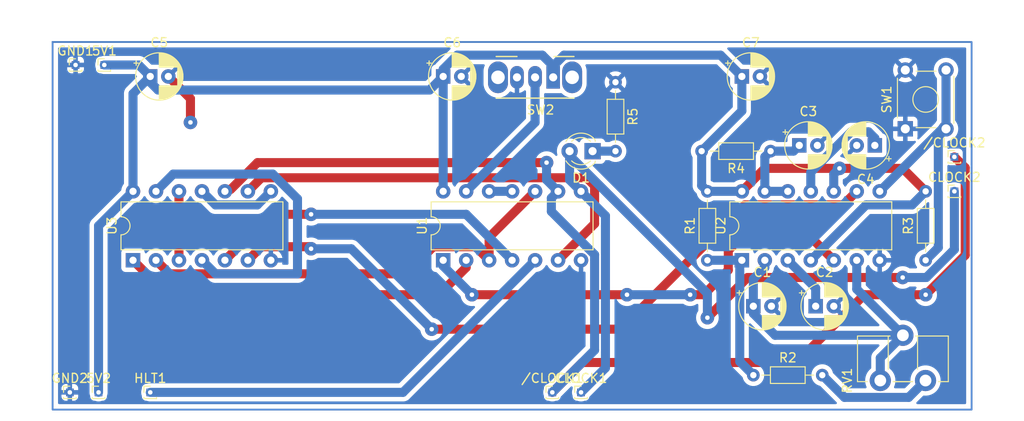
<source format=kicad_pcb>
(kicad_pcb (version 20221018) (generator pcbnew)
  (title_block (title "Clock Circuit") (date "2023-10-22") (company "Márcio José Baldo"))
  (layers (0 "F.Cu" signal) (31 "B.Cu" signal) (34 "B.Paste" user) (35 "F.Paste" user) (36 "B.SilkS" user "B.Silkscreen") (37 "F.SilkS" user "F.Silkscreen") (38 "B.Mask" user) (39 "F.Mask" user) (44 "Edge.Cuts" user))
  (net 0 "")
  (net 1 "{slash}CLOCK")
  (net 2 "+5V")
  (net 3 "Net-(U2A-THR)")
  (net 4 "Earth")
  (net 5 "Net-(U2A-CV)")
  (net 6 "Net-(U2B-DIS)")
  (net 7 "Net-(U2B-CV)")
  (net 8 "CLOCK")
  (net 9 "Net-(D1-K)")
  (net 10 "HLT")
  (net 11 "Net-(U2A-DIS)")
  (net 12 "Net-(R2-Pad2)")
  (net 13 "Net-(U2B-TR)")
  (net 14 "Net-(SW2-B)")
  (net 15 "Net-(U2A-Q)")
  (net 16 "CLOCK_AUTO")
  (net 17 "SELECT")
  (net 18 "Net-(U1-Pad4)")
  (net 19 "Net-(U1-Pad6)")
  (net 20 "Net-(U1-Pad11)")
  (net 21 "CLOCK_MAN")
  (net 22 "Net-(U3-Pad12)")
  (net 23 "Net-(U3-Pad13)")
  (net 24 "Net-(U3-Pad11)")
  (footprint "Capacitor_THT:CP_Radial_D5.0mm_P2.00mm" (layer "F.Cu") (at 123.19 74.93)
    (fp_text reference "C6" (at 1 -3.75) (layer "F.SilkS"))
    (fp_text value "100nF 63V poliester")
    (pad "1" thru_hole rect (at 0 0) (size 1.6 1.6) (drill 0.8) (layers "*.Cu" "*.Mask") (net 2 "+5V"))
    (pad "2" thru_hole circle (at 2 0) (size 1.6 1.6) (drill 0.8) (layers "*.Cu" "*.Mask") (net 4 "Earth"))
  )
  (footprint "Potentiometer_THT:Potentiometer_ACP_CA9-H5_Horizontal" (layer "F.Cu") (at 171.515 108.545 90)
    (fp_text reference "RV1" (at 0 -3.65 90) (layer "F.SilkS"))
    (fp_text value "100k linear")
    (pad "1" thru_hole circle (at 0 0 90) (size 2.34 2.34) (drill 1.3) (layers "*.Cu" "*.Mask") (net 3 "Net-(U2A-THR)"))
    (pad "2" thru_hole circle (at 5 2.5 90) (size 2.34 2.34) (drill 1.3) (layers "*.Cu" "*.Mask") (net 3 "Net-(U2A-THR)"))
    (pad "3" thru_hole circle (at 0 5 90) (size 2.34 2.34) (drill 1.3) (layers "*.Cu" "*.Mask") (net 12 "Net-(R2-Pad2)"))
  )
  (footprint "Connector_PinHeader_1.00mm:PinHeader_1x01_P1.00mm_Vertical" (layer "F.Cu") (at 85.09 109.855)
    (fp_text reference "5V2" (at 0 -1.56) (layer "F.SilkS"))
    (fp_text value "Conn_01x01_Female")
    (pad "1" thru_hole rect (at 0 0) (size 0.85 0.85) (drill 0.5) (layers "*.Cu" "*.Mask") (net 2 "+5V"))
  )
  (footprint "Connector_PinHeader_1.00mm:PinHeader_1x01_P1.00mm_Vertical" (layer "F.Cu") (at 81.915 109.855)
    (fp_text reference "GND2" (at 0 -1.56) (layer "F.SilkS"))
    (fp_text value "Conn_01x01_Female")
    (pad "1" thru_hole rect (at 0 0) (size 0.85 0.85) (drill 0.5) (layers "*.Cu" "*.Mask") (net 4 "Earth"))
  )
  (footprint "Connector_PinHeader_1.00mm:PinHeader_1x01_P1.00mm_Vertical" (layer "F.Cu") (at 138.43 109.855)
    (fp_text reference "CLOCK1" (at 0 -1.56) (layer "F.SilkS"))
    (fp_text value "Conn_01x01_Female")
    (pad "1" thru_hole rect (at 0 0) (size 0.85 0.85) (drill 0.5) (layers "*.Cu" "*.Mask") (net 8 "CLOCK"))
  )
  (footprint "Package_DIP:DIP-14_W7.62mm" (layer "F.Cu") (at 88.9 95.25 90)
    (fp_text reference "U3" (at 3.81 -2.33 90) (layer "F.SilkS"))
    (fp_text value "4011")
    (pad "1" thru_hole rect (at 0 0 90) (size 1.6 1.6) (drill 0.8) (layers "*.Cu" "*.Mask") (net 16 "CLOCK_AUTO"))
    (pad "2" thru_hole oval (at 0 2.54 90) (size 1.6 1.6) (drill 0.8) (layers "*.Cu" "*.Mask") (net 17 "SELECT"))
    (pad "3" thru_hole oval (at 0 5.08 90) (size 1.6 1.6) (drill 0.8) (layers "*.Cu" "*.Mask") (net 22 "Net-(U3-Pad12)"))
    (pad "4" thru_hole oval (at 0 7.62 90) (size 1.6 1.6) (drill 0.8) (layers "*.Cu" "*.Mask") (net 23 "Net-(U3-Pad13)"))
    (pad "5" thru_hole oval (at 0 10.16 90) (size 1.6 1.6) (drill 0.8) (layers "*.Cu" "*.Mask") (net 18 "Net-(U1-Pad4)"))
    (pad "6" thru_hole oval (at 0 12.7 90) (size 1.6 1.6) (drill 0.8) (layers "*.Cu" "*.Mask") (net 21 "CLOCK_MAN"))
    (pad "7" thru_hole oval (at 0 15.24 90) (size 1.6 1.6) (drill 0.8) (layers "*.Cu" "*.Mask") (net 4 "Earth"))
    (pad "8" thru_hole oval (at 7.62 15.24 90) (size 1.6 1.6) (drill 0.8) (layers "*.Cu" "*.Mask") (net 24 "Net-(U3-Pad11)"))
    (pad "9" thru_hole oval (at 7.62 12.7 90) (size 1.6 1.6) (drill 0.8) (layers "*.Cu" "*.Mask") (net 19 "Net-(U1-Pad6)"))
    (pad "10" thru_hole oval (at 7.62 10.16 90) (size 1.6 1.6) (drill 0.8) (layers "*.Cu" "*.Mask") (net 1 "{slash}CLOCK"))
    (pad "11" thru_hole oval (at 7.62 7.62 90) (size 1.6 1.6) (drill 0.8) (layers "*.Cu" "*.Mask") (net 24 "Net-(U3-Pad11)"))
    (pad "12" thru_hole oval (at 7.62 5.08 90) (size 1.6 1.6) (drill 0.8) (layers "*.Cu" "*.Mask") (net 22 "Net-(U3-Pad12)"))
    (pad "13" thru_hole oval (at 7.62 2.54 90) (size 1.6 1.6) (drill 0.8) (layers "*.Cu" "*.Mask") (net 23 "Net-(U3-Pad13)"))
    (pad "14" thru_hole oval (at 7.62 0 90) (size 1.6 1.6) (drill 0.8) (layers "*.Cu" "*.Mask") (net 2 "+5V"))
  )
  (footprint "Connector_PinHeader_1.00mm:PinHeader_1x01_P1.00mm_Vertical" (layer "F.Cu") (at 135.255 109.855)
    (fp_text reference "/CLOCK1" (at 0 -1.56) (layer "F.SilkS"))
    (fp_text value "Conn_01x01_Female")
    (pad "1" thru_hole rect (at 0 0) (size 0.85 0.85) (drill 0.5) (layers "*.Cu" "*.Mask") (net 1 "{slash}CLOCK"))
  )
  (footprint "Resistor_THT:R_Axial_DIN0204_L3.6mm_D1.6mm_P7.62mm_Horizontal" (layer "F.Cu") (at 157.48 107.95)
    (fp_text reference "R2" (at 3.81 -1.92) (layer "F.SilkS"))
    (fp_text value "10")
    (pad "1" thru_hole circle (at 0 0) (size 1.4 1.4) (drill 0.7) (layers "*.Cu" "*.Mask") (net 11 "Net-(U2A-DIS)"))
    (pad "2" thru_hole oval (at 7.62 0) (size 1.4 1.4) (drill 0.7) (layers "*.Cu" "*.Mask") (net 12 "Net-(R2-Pad2)"))
  )
  (footprint "Connector_PinHeader_1.00mm:PinHeader_1x01_P1.00mm_Vertical" (layer "F.Cu") (at 90.805 109.855)
    (fp_text reference "HLT1" (at 0 -1.56) (layer "F.SilkS"))
    (fp_text value "Conn_01x01_Female")
    (pad "1" thru_hole rect (at 0 0) (size 0.85 0.85) (drill 0.5) (layers "*.Cu" "*.Mask") (net 10 "HLT"))
  )
  (footprint "Resistor_THT:R_Axial_DIN0204_L3.6mm_D1.6mm_P7.62mm_Horizontal" (layer "F.Cu") (at 159.385 83.185 180)
    (fp_text reference "R4" (at 3.81 -1.92) (layer "F.SilkS"))
    (fp_text value "100k")
    (pad "1" thru_hole circle (at 0 0 180) (size 1.4 1.4) (drill 0.7) (layers "*.Cu" "*.Mask") (net 6 "Net-(U2B-DIS)"))
    (pad "2" thru_hole oval (at 7.62 0 180) (size 1.4 1.4) (drill 0.7) (layers "*.Cu" "*.Mask") (net 2 "+5V"))
  )
  (footprint "Button_Switch_THT:SW_TH_Tactile_Omron_B3F-10xx" (layer "F.Cu") (at 174.28 80.72 90)
    (fp_text reference "SW1" (at 3.25 -2.05 90) (layer "F.SilkS"))
    (fp_text value "SW_Push_Dual")
    (pad "1" thru_hole rect (at 0 0 90) (size 1.7 1.7) (drill 1) (layers "*.Cu" "*.Mask") (net 4 "Earth"))
    (pad "1" thru_hole circle (at 6.5 0 90) (size 1.7 1.7) (drill 1) (layers "*.Cu" "*.Mask") (net 4 "Earth"))
    (pad "2" thru_hole circle (at 0 4.5 90) (size 1.7 1.7) (drill 1) (layers "*.Cu" "*.Mask") (net 13 "Net-(U2B-TR)"))
    (pad "2" thru_hole circle (at 6.5 4.5 90) (size 1.7 1.7) (drill 1) (layers "*.Cu" "*.Mask") (net 13 "Net-(U2B-TR)"))
  )
  (footprint "Capacitor_THT:CP_Radial_D5.0mm_P2.00mm" (layer "F.Cu") (at 157.48 100.33)
    (fp_text reference "C1" (at 1 -3.75) (layer "F.SilkS"))
    (fp_text value "10uF 25V")
    (pad "1" thru_hole rect (at 0 0) (size 1.6 1.6) (drill 0.8) (layers "*.Cu" "*.Mask") (net 3 "Net-(U2A-THR)"))
    (pad "2" thru_hole circle (at 2 0) (size 1.6 1.6) (drill 0.8) (layers "*.Cu" "*.Mask") (net 4 "Earth"))
  )
  (footprint "Capacitor_THT:CP_Radial_D5.0mm_P2.00mm" (layer "F.Cu") (at 162.56 82.55)
    (fp_text reference "C3" (at 1 -3.75) (layer "F.SilkS"))
    (fp_text value "47nF 25V cerâmico")
    (pad "1" thru_hole rect (at 0 0) (size 1.6 1.6) (drill 0.8) (layers "*.Cu" "*.Mask") (net 6 "Net-(U2B-DIS)"))
    (pad "2" thru_hole circle (at 2 0) (size 1.6 1.6) (drill 0.8) (layers "*.Cu" "*.Mask") (net 4 "Earth"))
  )
  (footprint "Resistor_THT:R_Axial_DIN0204_L3.6mm_D1.6mm_P7.62mm_Horizontal" (layer "F.Cu") (at 176.53 95.25 90)
    (fp_text reference "R3" (at 3.81 -1.92 90) (layer "F.SilkS"))
    (fp_text value "10k")
    (pad "1" thru_hole circle (at 0 0 90) (size 1.4 1.4) (drill 0.7) (layers "*.Cu" "*.Mask") (net 13 "Net-(U2B-TR)"))
    (pad "2" thru_hole oval (at 7.62 0 90) (size 1.4 1.4) (drill 0.7) (layers "*.Cu" "*.Mask") (net 2 "+5V"))
  )
  (footprint "Package_DIP:DIP-14_W7.62mm" (layer "F.Cu") (at 123.19 95.25 90)
    (fp_text reference "U1" (at 3.81 -2.33 90) (layer "F.SilkS"))
    (fp_text value "4069")
    (pad "1" thru_hole rect (at 0 0 90) (size 1.6 1.6) (drill 0.8) (layers "*.Cu" "*.Mask") (net 15 "Net-(U2A-Q)"))
    (pad "2" thru_hole oval (at 0 2.54 90) (size 1.6 1.6) (drill 0.8) (layers "*.Cu" "*.Mask") (net 16 "CLOCK_AUTO"))
    (pad "3" thru_hole oval (at 0 5.08 90) (size 1.6 1.6) (drill 0.8) (layers "*.Cu" "*.Mask") (net 17 "SELECT"))
    (pad "4" thru_hole oval (at 0 7.62 90) (size 1.6 1.6) (drill 0.8) (layers "*.Cu" "*.Mask") (net 18 "Net-(U1-Pad4)"))
    (pad "5" thru_hole oval (at 0 10.16 90) (size 1.6 1.6) (drill 0.8) (layers "*.Cu" "*.Mask") (net 10 "HLT"))
    (pad "6" thru_hole oval (at 0 12.7 90) (size 1.6 1.6) (drill 0.8) (layers "*.Cu" "*.Mask") (net 19 "Net-(U1-Pad6)"))
    (pad "7" thru_hole oval (at 0 15.24 90) (size 1.6 1.6) (drill 0.8) (layers "*.Cu" "*.Mask") (net 4 "Earth"))
    (pad "8" thru_hole oval (at 7.62 15.24 90) (size 1.6 1.6) (drill 0.8) (layers "*.Cu" "*.Mask") (net 8 "CLOCK"))
    (pad "9" thru_hole oval (at 7.62 12.7 90) (size 1.6 1.6) (drill 0.8) (layers "*.Cu" "*.Mask") (net 1 "{slash}CLOCK"))
    (pad "10" thru_hole oval (at 7.62 10.16 90) (size 1.6 1.6) (drill 0.8) (layers "*.Cu" "*.Mask") (net 17 "SELECT"))
    (pad "11" thru_hole oval (at 7.62 7.62 90) (size 1.6 1.6) (drill 0.8) (layers "*.Cu" "*.Mask") (net 20 "Net-(U1-Pad11)"))
    (pad "12" thru_hole oval (at 7.62 5.08 90) (size 1.6 1.6) (drill 0.8) (layers "*.Cu" "*.Mask") (net 20 "Net-(U1-Pad11)"))
    (pad "13" thru_hole oval (at 7.62 2.54 90) (size 1.6 1.6) (drill 0.8) (layers "*.Cu" "*.Mask") (net 14 "Net-(SW2-B)"))
    (pad "14" thru_hole oval (at 7.62 0 90) (size 1.6 1.6) (drill 0.8) (layers "*.Cu" "*.Mask") (net 2 "+5V"))
  )
  (footprint "Button_Switch_THT:SW_CuK_OS102011MA1QN1_SPDT_Angled" (layer "F.Cu") (at 135.35 75.025 180)
    (fp_text reference "SW2" (at 1.4 -3.6) (layer "F.SilkS"))
    (fp_text value "SW_SPDT")
    (pad "" thru_hole oval (at -2.1 0 180) (size 2.2 3.5) (drill 1.5) (layers "*.Cu" "*.Mask"))
    (pad "" thru_hole oval (at 6.1 0 180) (size 2.2 3.5) (drill 1.5) (layers "*.Cu" "*.Mask"))
    (pad "1" thru_hole rect (at 0 0 180) (size 1.5 2.5) (drill 0.9) (layers "*.Cu" "*.Mask") (net 2 "+5V"))
    (pad "2" thru_hole oval (at 2 0 180) (size 1.5 2.5) (drill 0.9) (layers "*.Cu" "*.Mask") (net 14 "Net-(SW2-B)"))
    (pad "3" thru_hole oval (at 4 0 180) (size 1.5 2.5) (drill 0.9) (layers "*.Cu" "*.Mask") (net 4 "Earth"))
  )
  (footprint "Connector_PinHeader_1.00mm:PinHeader_1x01_P1.00mm_Vertical" (layer "F.Cu") (at 85.725 73.66)
    (fp_text reference "5V1" (at 0 -1.56) (layer "F.SilkS"))
    (fp_text value "Conn_01x01_Female")
    (pad "1" thru_hole rect (at 0 0) (size 0.85 0.85) (drill 0.5) (layers "*.Cu" "*.Mask") (net 2 "+5V"))
  )
  (footprint "Resistor_THT:R_Axial_DIN0204_L3.6mm_D1.6mm_P7.62mm_Horizontal" (layer "F.Cu") (at 142.24 75.565 -90)
    (fp_text reference "R5" (at 3.81 -1.92 90) (layer "F.SilkS"))
    (fp_text value "470")
    (pad "1" thru_hole circle (at 0 0 270) (size 1.4 1.4) (drill 0.7) (layers "*.Cu" "*.Mask") (net 4 "Earth"))
    (pad "2" thru_hole oval (at 7.62 0 270) (size 1.4 1.4) (drill 0.7) (layers "*.Cu" "*.Mask") (net 9 "Net-(D1-K)"))
  )
  (footprint "LED_THT:LED_D3.0mm" (layer "F.Cu") (at 139.705 83.185 180)
    (fp_text reference "D1" (at 1.27 -2.96) (layer "F.SilkS"))
    (fp_text value "LED")
    (pad "1" thru_hole rect (at 0 0 180) (size 1.8 1.8) (drill 0.9) (layers "*.Cu" "*.Mask") (net 9 "Net-(D1-K)"))
    (pad "2" thru_hole circle (at 2.54 0 180) (size 1.8 1.8) (drill 0.9) (layers "*.Cu" "*.Mask") (net 8 "CLOCK"))
  )
  (footprint "Package_DIP:DIP-14_W7.62mm" (layer "F.Cu") (at 156.21 95.25 90)
    (fp_text reference "U2" (at 3.81 -2.33 90) (layer "F.SilkS"))
    (fp_text value "NE556")
    (pad "1" thru_hole rect (at 0 0 90) (size 1.6 1.6) (drill 0.8) (layers "*.Cu" "*.Mask") (net 11 "Net-(U2A-DIS)"))
    (pad "2" thru_hole oval (at 0 2.54 90) (size 1.6 1.6) (drill 0.8) (layers "*.Cu" "*.Mask") (net 3 "Net-(U2A-THR)"))
    (pad "3" thru_hole oval (at 0 5.08 90) (size 1.6 1.6) (drill 0.8) (layers "*.Cu" "*.Mask") (net 5 "Net-(U2A-CV)"))
    (pad "4" thru_hole oval (at 0 7.62 90) (size 1.6 1.6) (drill 0.8) (layers "*.Cu" "*.Mask") (net 2 "+5V"))
    (pad "5" thru_hole oval (at 0 10.16 90) (size 1.6 1.6) (drill 0.8) (layers "*.Cu" "*.Mask") (net 15 "Net-(U2A-Q)"))
    (pad "6" thru_hole oval (at 0 12.7 90) (size 1.6 1.6) (drill 0.8) (layers "*.Cu" "*.Mask") (net 3 "Net-(U2A-THR)"))
    (pad "7" thru_hole oval (at 0 15.24 90) (size 1.6 1.6) (drill 0.8) (layers "*.Cu" "*.Mask") (net 4 "Earth"))
    (pad "8" thru_hole oval (at 7.62 15.24 90) (size 1.6 1.6) (drill 0.8) (layers "*.Cu" "*.Mask") (net 13 "Net-(U2B-TR)"))
    (pad "9" thru_hole oval (at 7.62 12.7 90) (size 1.6 1.6) (drill 0.8) (layers "*.Cu" "*.Mask") (net 21 "CLOCK_MAN"))
    (pad "10" thru_hole oval (at 7.62 10.16 90) (size 1.6 1.6) (drill 0.8) (layers "*.Cu" "*.Mask") (net 2 "+5V"))
    (pad "11" thru_hole oval (at 7.62 7.62 90) (size 1.6 1.6) (drill 0.8) (layers "*.Cu" "*.Mask") (net 7 "Net-(U2B-CV)"))
    (pad "12" thru_hole oval (at 7.62 5.08 90) (size 1.6 1.6) (drill 0.8) (layers "*.Cu" "*.Mask") (net 6 "Net-(U2B-DIS)"))
    (pad "13" thru_hole oval (at 7.62 2.54 90) (size 1.6 1.6) (drill 0.8) (layers "*.Cu" "*.Mask") (net 6 "Net-(U2B-DIS)"))
    (pad "14" thru_hole oval (at 7.62 0 90) (size 1.6 1.6) (drill 0.8) (layers "*.Cu" "*.Mask") (net 2 "+5V"))
  )
  (footprint "Capacitor_THT:CP_Radial_D5.0mm_P2.00mm" (layer "F.Cu") (at 170.91 82.55 180)
    (fp_text reference "C4" (at 1 -3.75) (layer "F.SilkS"))
    (fp_text value "10nF 63V poliester")
    (pad "1" thru_hole rect (at 0 0 180) (size 1.6 1.6) (drill 0.8) (layers "*.Cu" "*.Mask") (net 7 "Net-(U2B-CV)"))
    (pad "2" thru_hole circle (at 2 0 180) (size 1.6 1.6) (drill 0.8) (layers "*.Cu" "*.Mask") (net 4 "Earth"))
  )
  (footprint "Connector_PinHeader_1.00mm:PinHeader_1x01_P1.00mm_Vertical" (layer "F.Cu") (at 179.705 87.63)
    (fp_text reference "CLOCK2" (at 0 -1.56) (layer "F.SilkS"))
    (fp_text value "Conn_01x01_Female")
    (pad "1" thru_hole rect (at 0 0) (size 0.85 0.85) (drill 0.5) (layers "*.Cu" "*.Mask") (net 8 "CLOCK"))
  )
  (footprint "Capacitor_THT:CP_Radial_D5.0mm_P2.00mm" (layer "F.Cu") (at 164.37 100.33)
    (fp_text reference "C2" (at 1 -3.75) (layer "F.SilkS"))
    (fp_text value "10nF 63V poliester")
    (pad "1" thru_hole rect (at 0 0) (size 1.6 1.6) (drill 0.8) (layers "*.Cu" "*.Mask") (net 5 "Net-(U2A-CV)"))
    (pad "2" thru_hole circle (at 2 0) (size 1.6 1.6) (drill 0.8) (layers "*.Cu" "*.Mask") (net 4 "Earth"))
  )
  (footprint "Capacitor_THT:CP_Radial_D5.0mm_P2.00mm" (layer "F.Cu") (at 156.21 74.93)
    (fp_text reference "C7" (at 1 -3.75) (layer "F.SilkS"))
    (fp_text value "100nF 63V poliester")
    (pad "1" thru_hole rect (at 0 0) (size 1.6 1.6) (drill 0.8) (layers "*.Cu" "*.Mask") (net 2 "+5V"))
    (pad "2" thru_hole circle (at 2 0) (size 1.6 1.6) (drill 0.8) (layers "*.Cu" "*.Mask") (net 4 "Earth"))
  )
  (footprint "Connector_PinHeader_1.00mm:PinHeader_1x01_P1.00mm_Vertical" (layer "F.Cu") (at 82.55 73.66)
    (fp_text reference "GND1" (at 0 -1.56) (layer "F.SilkS"))
    (fp_text value "Conn_01x01_Female")
    (pad "1" thru_hole rect (at 0 0) (size 0.85 0.85) (drill 0.5) (layers "*.Cu" "*.Mask") (net 4 "Earth"))
  )
  (footprint "Capacitor_THT:CP_Radial_D5.0mm_P2.00mm" (layer "F.Cu") (at 90.805 74.93)
    (fp_text reference "C5" (at 1 -3.75) (layer "F.SilkS"))
    (fp_text value "100nF 63V poliester")
    (pad "1" thru_hole rect (at 0 0) (size 1.6 1.6) (drill 0.8) (layers "*.Cu" "*.Mask") (net 2 "+5V"))
    (pad "2" thru_hole circle (at 2 0) (size 1.6 1.6) (drill 0.8) (layers "*.Cu" "*.Mask") (net 4 "Earth"))
  )
  (footprint "Connector_PinHeader_1.00mm:PinHeader_1x01_P1.00mm_Vertical" (layer "F.Cu") (at 179.705 83.82)
    (fp_text reference "/CLOCK2" (at 0 -1.56) (layer "F.SilkS"))
    (fp_text value "Conn_01x01_Female")
    (pad "1" thru_hole rect (at 0 0) (size 0.85 0.85) (drill 0.5) (layers "*.Cu" "*.Mask") (net 1 "{slash}CLOCK"))
  )
  (footprint "Resistor_THT:R_Axial_DIN0204_L3.6mm_D1.6mm_P7.62mm_Horizontal" (layer "F.Cu") (at 152.4 95.25 90)
    (fp_text reference "R1" (at 3.81 -1.92 90) (layer "F.SilkS"))
    (fp_text value "150")
    (pad "1" thru_hole circle (at 0 0 90) (size 1.4 1.4) (drill 0.7) (layers "*.Cu" "*.Mask") (net 11 "Net-(U2A-DIS)"))
    (pad "2" thru_hole oval (at 7.62 0 90) (size 1.4 1.4) (drill 0.7) (layers "*.Cu" "*.Mask") (net 2 "+5V"))
  )
  (gr_rect (start 80.01 71.12) (end 181.61 111.76) (stroke (width 0.2)) (fill none) (layer "B.Cu"))
  (segment (start 176.53 99.06) (end 180.905 94.685) (width 1) (layer "F.Cu") (net 1))
  (segment (start 138.554896 106.555104) (end 135.255 109.855) (width 1) (layer "F.Cu") (net 1))
  (segment (start 99.695 87.420792) (end 102.660792 84.455) (width 1) (layer "F.Cu") (net 1))
  (segment (start 176.53 99.06) (end 169.754208 99.06) (width 1) (layer "F.Cu") (net 1))
  (segment (start 169.754208 99.06) (end 162.259104 106.555104) (width 1) (layer "F.Cu") (net 1))
  (segment (start 180.905 94.685) (end 180.905 85.02) (width 1) (layer "F.Cu") (net 1))
  (segment (start 102.660792 84.455) (end 134.62 84.455) (width 1) (layer "F.Cu") (net 1))
  (segment (start 162.259104 106.555104) (end 138.554896 106.555104) (width 1) (layer "F.Cu") (net 1))
  (segment (start 180.905 85.02) (end 179.705 83.82) (width 1) (layer "F.Cu") (net 1))
  (via (at 134.62 84.455) (size 1.5) (drill 0.5) (layers "F.Cu" "B.Cu") (net 1))
  (via (at 176.53 99.06) (size 1.5) (drill 0.5) (layers "F.Cu" "B.Cu") (net 1))
  (segment (start 134.62 84.455) (end 134.62 86.36) (width 1) (layer "B.Cu") (net 1))
  (segment (start 135.255 109.855) (end 139.93 105.18) (width 1) (layer "B.Cu") (net 1))
  (segment (start 134.62 86.36) (end 135.89 87.63) (width 1) (layer "B.Cu") (net 1))
  (segment (start 139.93 94.635792) (end 135.150396 89.856188) (width 1) (layer "B.Cu") (net 1))
  (segment (start 135.150396 88.369604) (end 135.89 87.63) (width 1) (layer "B.Cu") (net 1))
  (segment (start 139.93 105.18) (end 139.93 94.635792) (width 1) (layer "B.Cu") (net 1))
  (segment (start 135.150396 89.856188) (end 135.150396 88.369604) (width 1) (layer "B.Cu") (net 1))
  (segment (start 173.99 85.09) (end 176.53 87.63) (width 1) (layer "F.Cu") (net 2))
  (segment (start 158.75 85.09) (end 156.21 87.63) (width 1) (layer "F.Cu") (net 2))
  (segment (start 167.005 85.09) (end 158.75 85.09) (width 1) (layer "F.Cu") (net 2))
  (segment (start 167.005 85.09) (end 173.99 85.09) (width 1) (layer "F.Cu") (net 2))
  (via (at 167.005 85.09) (size 1.5) (drill 0.5) (layers "F.Cu" "B.Cu") (net 2))
  (segment (start 123.19 74.13) (end 124.743754 72.576246) (width 1) (layer "B.Cu") (net 2))
  (segment (start 151.765 83.185) (end 151.765 86.995) (width 1) (layer "B.Cu") (net 2))
  (segment (start 135.35 73.775) (end 136.548754 72.576246) (width 1) (layer "B.Cu") (net 2))
  (segment (start 88.9 76.835) (end 90.805 74.93) (width 1) (layer "B.Cu") (net 2))
  (segment (start 135.35 75.025) (end 135.35 73.775) (width 1) (layer "B.Cu") (net 2))
  (segment (start 88.9 87.63) (end 88.9 76.835) (width 1) (layer "B.Cu") (net 2))
  (segment (start 85.725 73.66) (end 89.535 73.66) (width 1) (layer "B.Cu") (net 2))
  (segment (start 123.19 74.93) (end 123.19 74.13) (width 1) (layer "B.Cu") (net 2))
  (segment (start 166.37 87.63) (end 166.37 85.725) (width 1) (layer "B.Cu") (net 2))
  (segment (start 91.67 76.43) (end 90.805 75.565) (width 1) (layer "B.Cu") (net 2))
  (segment (start 134.151246 72.576246) (end 135.35 73.775) (width 1) (layer "B.Cu") (net 2))
  (segment (start 176.53 87.63) (end 175.03 89.13) (width 1) (layer "B.Cu") (net 2))
  (segment (start 123.19 74.93) (end 121.69 76.43) (width 1) (layer "B.Cu") (net 2))
  (segment (start 124.743754 72.576246) (end 134.151246 72.576246) (width 1) (layer "B.Cu") (net 2))
  (segment (start 85.09 91.44) (end 85.09 109.855) (width 1) (layer "B.Cu") (net 2))
  (segment (start 156.21 87.63) (end 152.4 87.63) (width 1) (layer "B.Cu") (net 2))
  (segment (start 136.548754 72.576246) (end 153.856246 72.576246) (width 1) (layer "B.Cu") (net 2))
  (segment (start 123.19 74.93) (end 123.19 87.63) (width 1) (layer "B.Cu") (net 2))
  (segment (start 123.19 74.93) (end 123.19 75.73) (width 1) (layer "B.Cu") (net 2))
  (segment (start 153.856246 72.576246) (end 156.21 74.93) (width 1) (layer "B.Cu") (net 2))
  (segment (start 169.95 89.13) (end 163.83 95.25) (width 1) (layer "B.Cu") (net 2))
  (segment (start 156.21 74.93) (end 156.21 78.74) (width 1) (layer "B.Cu") (net 2))
  (segment (start 166.37 85.725) (end 167.005 85.09) (width 1) (layer "B.Cu") (net 2))
  (segment (start 156.21 78.74) (end 151.765 83.185) (width 1) (layer "B.Cu") (net 2))
  (segment (start 121.69 76.43) (end 91.67 76.43) (width 1) (layer "B.Cu") (net 2))
  (segment (start 88.9 87.63) (end 85.09 91.44) (width 1) (layer "B.Cu") (net 2))
  (segment (start 151.765 86.995) (end 152.4 87.63) (width 1) (layer "B.Cu") (net 2))
  (segment (start 175.03 89.13) (end 169.95 89.13) (width 1) (layer "B.Cu") (net 2))
  (segment (start 89.535 73.66) (end 90.805 74.93) (width 1) (layer "B.Cu") (net 2))
  (segment (start 90.805 75.565) (end 90.805 74.93) (width 1) (layer "B.Cu") (net 2))
  (segment (start 157.48 100.33) (end 157.48 101.13) (width 1) (layer "B.Cu") (net 3))
  (segment (start 158.75 95.25) (end 158.75 96.05) (width 1) (layer "B.Cu") (net 3))
  (segment (start 159.895 103.545) (end 174.015 103.545) (width 1) (layer "B.Cu") (net 3))
  (segment (start 174.015 103.545) (end 168.91 98.44) (width 1) (layer "B.Cu") (net 3))
  (segment (start 168.91 98.44) (end 168.91 95.25) (width 1) (layer "B.Cu") (net 3))
  (segment (start 171.515 106.045) (end 174.015 103.545) (width 1) (layer "B.Cu") (net 3))
  (segment (start 157.48 101.13) (end 159.895 103.545) (width 1) (layer "B.Cu") (net 3))
  (segment (start 158.75 96.05) (end 157.48 97.32) (width 1) (layer "B.Cu") (net 3))
  (segment (start 174.015 103.545) (end 174.015 103.53) (width 1) (layer "B.Cu") (net 3))
  (segment (start 157.48 97.32) (end 157.48 100.33) (width 1) (layer "B.Cu") (net 3))
  (segment (start 174.015 103.53) (end 173.99 103.505) (width 1) (layer "B.Cu") (net 3))
  (segment (start 171.515 108.545) (end 171.515 106.045) (width 1) (layer "B.Cu") (net 3))
  (segment (start 95.25 77.375) (end 92.805 74.93) (width 1) (layer "F.Cu") (net 4))
  (segment (start 95.25 80.01) (end 95.25 77.375) (width 1) (layer "F.Cu") (net 4))
  (via (at 95.25 80.01) (size 1.5) (drill 0.5) (layers "F.Cu" "B.Cu") (net 4))
  (segment (start 164.37 100.33) (end 164.37 98.33) (width 1) (layer "B.Cu") (net 5))
  (segment (start 164.37 98.33) (end 161.29 95.25) (width 1) (layer "B.Cu") (net 5))
  (segment (start 158.75 87.63) (end 161.29 87.63) (width 1) (layer "B.Cu") (net 6))
  (segment (start 159.385 83.185) (end 161.925 83.185) (width 1) (layer "B.Cu") (net 6))
  (segment (start 161.925 83.185) (end 162.56 82.55) (width 1) (layer "B.Cu") (net 6))
  (segment (start 158.75 83.82) (end 159.385 83.185) (width 1) (layer "B.Cu") (net 6))
  (segment (start 158.75 87.63) (end 158.75 83.82) (width 1) (layer "B.Cu") (net 6))
  (segment (start 170.91 81.75) (end 170.91 82.55) (width 1) (layer "B.Cu") (net 7))
  (segment (start 170.21 81.05) (end 170.91 81.75) (width 1) (layer "B.Cu") (net 7))
  (segment (start 168.295792 81.05) (end 170.21 81.05) (width 1) (layer "B.Cu") (net 7))
  (segment (start 163.83 87.63) (end 163.83 85.515792) (width 1) (layer "B.Cu") (net 7))
  (segment (start 163.83 85.515792) (end 168.295792 81.05) (width 1) (layer "B.Cu") (net 7))
  (segment (start 173.99 97.155) (end 156.845 97.155) (width 1) (layer "F.Cu") (net 8))
  (segment (start 156.845 97.155) (end 152.4 101.6) (width 1) (layer "F.Cu") (net 8))
  (via (at 173.99 97.155) (size 1.5) (drill 0.5) (layers "F.Cu" "B.Cu") (net 8))
  (via (at 152.4 101.6) (size 1.5) (drill 0.5) (layers "F.Cu" "B.Cu") (net 8))
  (segment (start 152.4 101.6) (end 152.4 98.91439) (width 1) (layer "B.Cu") (net 8))
  (segment (start 179.705 94.053094) (end 179.705 87.63) (width 1) (layer "B.Cu") (net 8))
  (segment (start 138.43 87.63) (end 137.165 86.365) (width 1) (layer "B.Cu") (net 8))
  (segment (start 141.13 90.33) (end 138.43 87.63) (width 1) (layer "B.Cu") (net 8))
  (segment (start 138.43 109.855) (end 141.13 107.155) (width 1) (layer "B.Cu") (net 8))
  (segment (start 141.13 107.155) (end 141.13 90.33) (width 1) (layer "B.Cu") (net 8))
  (segment (start 173.99 97.155) (end 176.603094 97.155) (width 1) (layer "B.Cu") (net 8))
  (segment (start 176.603094 97.155) (end 179.705 94.053094) (width 1) (layer "B.Cu") (net 8))
  (segment (start 137.165 83.67939) (end 137.165 83.185) (width 1) (layer "B.Cu") (net 8))
  (segment (start 152.4 98.91439) (end 137.165 83.67939) (width 1) (layer "B.Cu") (net 8))
  (segment (start 137.165 86.365) (end 137.165 83.185) (width 1) (layer "B.Cu") (net 8))
  (segment (start 138.43 87.63) (end 138.7475 87.9475) (width 1) (layer "B.Cu") (net 8))
  (segment (start 139.705 83.185) (end 142.24 83.185) (width 1) (layer "B.Cu") (net 9))
  (segment (start 118.745 109.855) (end 133.35 95.25) (width 1) (layer "B.Cu") (net 10))
  (segment (start 90.805 109.855) (end 118.745 109.855) (width 1) (layer "B.Cu") (net 10))
  (segment (start 156.21 95.25) (end 152.4 95.25) (width 1) (layer "B.Cu") (net 11))
  (segment (start 155.98 95.48) (end 156.21 95.25) (width 1) (layer "B.Cu") (net 11))
  (segment (start 157.48 107.95) (end 155.98 106.45) (width 1) (layer "B.Cu") (net 11))
  (segment (start 155.98 106.45) (end 155.98 95.48) (width 1) (layer "B.Cu") (net 11))
  (segment (start 174.649991 110.410009) (end 176.515 108.545) (width 1) (layer "B.Cu") (net 12))
  (segment (start 167.560009 110.410009) (end 174.649991 110.410009) (width 1) (layer "B.Cu") (net 12))
  (segment (start 165.1 107.95) (end 167.560009 110.410009) (width 1) (layer "B.Cu") (net 12))
  (segment (start 178.78 80.72) (end 178.78 74.22) (width 1) (layer "B.Cu") (net 13))
  (segment (start 177.93 81.57) (end 177.93 93.85) (width 1) (layer "B.Cu") (net 13))
  (segment (start 178.36 80.72) (end 178.78 80.72) (width 1) (layer "B.Cu") (net 13))
  (segment (start 177.93 93.85) (end 176.53 95.25) (width 1) (layer "B.Cu") (net 13))
  (segment (start 171.45 87.63) (end 178.36 80.72) (width 1) (layer "B.Cu") (net 13))
  (segment (start 178.78 80.72) (end 177.93 81.57) (width 1) (layer "B.Cu") (net 13))
  (segment (start 133.35 75.025) (end 133.35 80.01) (width 1) (layer "B.Cu") (net 14))
  (segment (start 133.35 80.01) (end 125.73 87.63) (width 1) (layer "B.Cu") (net 14))
  (segment (start 150.495 99.06) (end 151.98995 99.06) (width 1) (layer "F.Cu") (net 15))
  (segment (start 163.83 92.71) (end 166.37 95.25) (width 1) (layer "F.Cu") (net 15))
  (segment (start 151.98995 99.06) (end 154.71 96.33995) (width 1) (layer "F.Cu") (net 15))
  (segment (start 126.365 99.06) (end 143.51 99.06) (width 1) (layer "F.Cu") (net 15))
  (segment (start 156.16005 92.71) (end 163.83 92.71) (width 1) (layer "F.Cu") (net 15))
  (segment (start 154.71 94.16005) (end 156.16005 92.71) (width 1) (layer "F.Cu") (net 15))
  (segment (start 154.71 96.33995) (end 154.71 94.16005) (width 1) (layer "F.Cu") (net 15))
  (via (at 143.51 99.06) (size 1.5) (drill 0.5) (layers "F.Cu" "B.Cu") (net 15))
  (via (at 126.365 99.06) (size 1.5) (drill 0.5) (layers "F.Cu" "B.Cu") (net 15))
  (via (at 150.495 99.06) (size 1.5) (drill 0.5) (layers "F.Cu" "B.Cu") (net 15))
  (segment (start 123.19 95.25) (end 123.19 95.885) (width 1) (layer "B.Cu") (net 15))
  (segment (start 123.19 95.885) (end 126.365 99.06) (width 1) (layer "B.Cu") (net 15))
  (segment (start 143.51 99.06) (end 150.495 99.06) (width 1) (layer "B.Cu") (net 15))
  (segment (start 92.71 99.06) (end 88.9 95.25) (width 1) (layer "F.Cu") (net 16))
  (segment (start 125.73 95.25) (end 125.73 96.05) (width 1) (layer "F.Cu") (net 16))
  (segment (start 125.73 96.05) (end 122.72 99.06) (width 1) (layer "F.Cu") (net 16))
  (segment (start 122.72 99.06) (end 92.71 99.06) (width 1) (layer "F.Cu") (net 16))
  (segment (start 119.10005 96.75) (end 122.10005 93.75) (width 1) (layer "F.Cu") (net 17))
  (segment (start 128.27 95.25) (end 128.27 92.71) (width 1) (layer "F.Cu") (net 17))
  (segment (start 92.94 96.75) (end 119.10005 96.75) (width 1) (layer "F.Cu") (net 17))
  (segment (start 128.27 92.71) (end 133.35 87.63) (width 1) (layer "F.Cu") (net 17))
  (segment (start 91.44 95.25) (end 92.94 96.75) (width 1) (layer "F.Cu") (net 17))
  (segment (start 122.10005 93.75) (end 126.77 93.75) (width 1) (layer "F.Cu") (net 17))
  (segment (start 126.77 93.75) (end 128.27 95.25) (width 1) (layer "F.Cu") (net 17))
  (segment (start 104.14 90.17) (end 108.585 90.17) (width 1) (layer "F.Cu") (net 18))
  (segment (start 99.06 95.25) (end 104.14 90.17) (width 1) (layer "F.Cu") (net 18))
  (via (at 108.585 90.17) (size 1.5) (drill 0.5) (layers "F.Cu" "B.Cu") (net 18))
  (segment (start 108.585 90.17) (end 125.73 90.17) (width 1) (layer "B.Cu") (net 18))
  (segment (start 125.73 90.17) (end 130.81 95.25) (width 1) (layer "B.Cu") (net 18))
  (segment (start 139.93 87.015792) (end 139.044208 86.13) (width 1) (layer "F.Cu") (net 19))
  (segment (start 103.1 86.13) (end 101.6 87.63) (width 1) (layer "F.Cu") (net 19))
  (segment (start 139.044208 86.13) (end 103.1 86.13) (width 1) (layer "F.Cu") (net 19))
  (segment (start 139.93 91.21) (end 139.93 87.015792) (width 1) (layer "F.Cu") (net 19))
  (segment (start 135.89 95.25) (end 139.93 91.21) (width 1) (layer "F.Cu") (net 19))
  (segment (start 128.27 87.63) (end 130.81 87.63) (width 1) (layer "B.Cu") (net 20))
  (segment (start 108.585 93.98) (end 108.355 93.75) (width 1) (layer "F.Cu") (net 21))
  (segment (start 103.1 93.75) (end 101.6 95.25) (width 1) (layer "F.Cu") (net 21))
  (segment (start 121.92 102.87) (end 142.801906 102.87) (width 1) (layer "F.Cu") (net 21))
  (segment (start 156.541906 89.13) (end 167.41 89.13) (width 1) (layer "F.Cu") (net 21))
  (segment (start 142.801906 102.87) (end 156.541906 89.13) (width 1) (layer "F.Cu") (net 21))
  (segment (start 167.41 89.13) (end 168.91 87.63) (width 1) (layer "F.Cu") (net 21))
  (segment (start 108.355 93.75) (end 103.1 93.75) (width 1) (layer "F.Cu") (net 21))
  (via (at 108.585 93.98) (size 1.5) (drill 0.5) (layers "F.Cu" "B.Cu") (net 21))
  (via (at 121.92 102.87) (size 1.5) (drill 0.5) (layers "F.Cu" "B.Cu") (net 21))
  (segment (start 108.585 93.98) (end 113.03 93.98) (width 1) (layer "B.Cu") (net 21))
  (segment (start 113.03 93.98) (end 121.92 102.87) (width 1) (layer "B.Cu") (net 21))
  (segment (start 93.98 95.25) (end 93.98 87.63) (width 1) (layer "F.Cu") (net 22))
  (segment (start 98.02 96.75) (end 107.085 96.75) (width 1) (layer "B.Cu") (net 23))
  (segment (start 96.52 95.25) (end 98.02 96.75) (width 1) (layer "B.Cu") (net 23))
  (segment (start 107.085 88.460792) (end 104.349208 85.725) (width 1) (layer "B.Cu") (net 23))
  (segment (start 93.345 85.725) (end 91.44 87.63) (width 1) (layer "B.Cu") (net 23))
  (segment (start 107.085 96.75) (end 107.085 88.460792) (width 1) (layer "B.Cu") (net 23))
  (segment (start 104.349208 85.725) (end 93.345 85.725) (width 1) (layer "B.Cu") (net 23))
  (segment (start 98.02 89.13) (end 96.52 87.63) (width 1) (layer "B.Cu") (net 24))
  (segment (start 102.64 89.13) (end 98.02 89.13) (width 1) (layer "B.Cu") (net 24))
  (segment (start 104.14 87.63) (end 102.64 89.13) (width 1) (layer "B.Cu") (net 24))
  (zone (net 4) (net_name "Earth") (layer "B.Cu") (connect_pads (clearance 0.5)) (min_thickness 0.25) (fill yes (thermal_gap 0.5) (thermal_bridge_width 0.5))
    (polygon (pts (xy 80.01 71.12) (xy 181.61 71.12) (xy 181.61 111.76) (xy 80.01 111.76)))
  )
)
</source>
